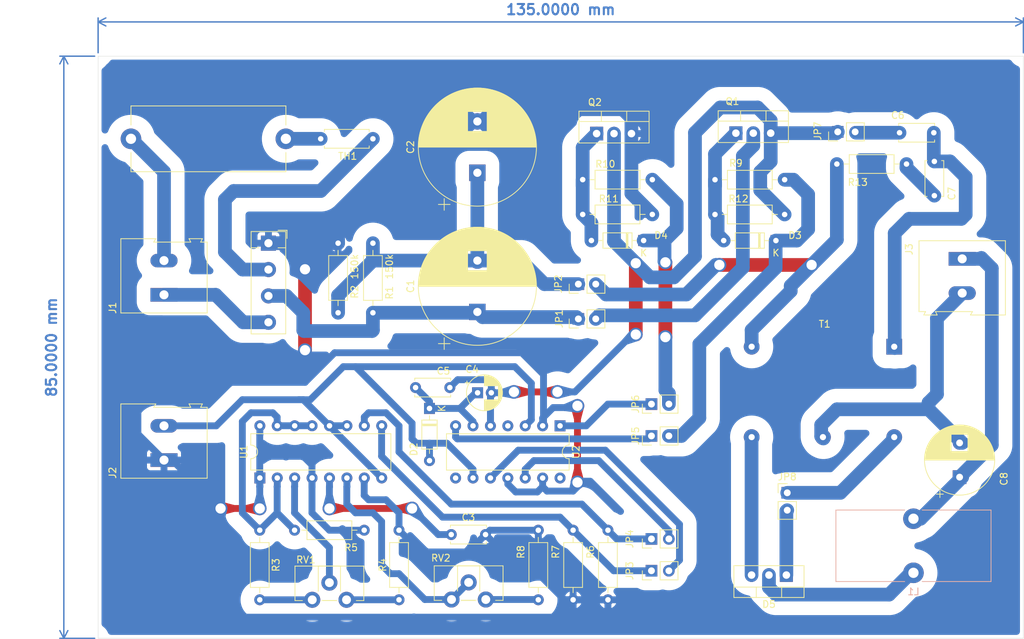
<source format=kicad_pcb>
(kicad_pcb (version 20240108) (generator "pcbnew") (generator_version "8.0")
  (layers (0 "F.Cu" signal) (31 "B.Cu" signal) (34 "B.Paste" user) (35 "F.Paste" user) (36 "B.SilkS" user "B.Silkscreen") (37 "F.SilkS" user "F.Silkscreen") (38 "B.Mask" user) (39 "F.Mask" user) (44 "Edge.Cuts" user))
  (net 0 "")
  (net 1 "Net-(D1-+)")
  (net 2 "Net-(U1-CT)")
  (net 3 "Net-(D2-K)")
  (net 4 "Net-(T1-AA)")
  (net 5 "Net-(JP7-B)")
  (net 6 "Net-(C7-Pad2)")
  (net 7 "Net-(J3-Pin_1)")
  (net 8 "2")
  (net 9 "GND_AC")
  (net 10 "Net-(D1-Pad2)")
  (net 11 "+12V")
  (net 12 "Net-(D3-A)")
  (net 13 "Net-(D4-A)")
  (net 14 "Net-(D5-A2)")
  (net 15 "Net-(D5-A1)")
  (net 16 "Net-(D5-K)")
  (net 17 "Net-(F1-Pad1)")
  (net 18 "VAC")
  (net 19 "Net-(JP1-B)")
  (net 20 "Net-(JP3-A)")
  (net 21 "Net-(JP4-A)")
  (net 22 "Net-(JP5-A)")
  (net 23 "Net-(JP6-A)")
  (net 24 "Net-(JP8-A)")
  (net 25 "Net-(R3-Pad2)")
  (net 26 "Net-(R4-Pad1)")
  (net 27 "Net-(R8-Pad1)")
  (net 28 "Net-(U1-FB)")
  (net 29 "Net-(U1-RT)")
  (net 33 "GND")
  (net 34 "Vs")
  (net 35 "HO")
  (net 36 "LO")
  (net 37 "PWM1")
  (net 38 "PWM2")
  (net 39 "Vref")
  (net 40 "Net-(JP2-A)")
  (net 41 "/Punto_medio")
  (footprint "Resistor_THT:R_Axial_DIN0207_L6.3mm_D2.5mm_P10.16mm_Horizontal" (layer "F.Cu") (at 157.861 68.826 180)
    (property "Reference" "R10")
    (property "Value" "100")
  )
  (footprint "Resistor_THT:R_Axial_DIN0207_L6.3mm_D2.5mm_P10.16mm_Horizontal" (layer "F.Cu") (at 177.165 73.914 180)
    (property "Reference" "R12")
    (property "Value" "1k")
  )
  (footprint "Capacitor_THT:C_Disc_D5.0mm_W2.5mm_P5.00mm" (layer "F.Cu") (at 199.009 66.167 -90)
    (property "Reference" "C7")
    (property "Value" "2.2nF")
  )
  (footprint "Package_TO_SOT_THT:TO-220-3_Vertical" (layer "F.Cu") (at 170.053 62.04)
    (property "Reference" "Q1")
    (property "Value" "IRF840")
  )
  (footprint "Resistor_THT:R_Axial_DIN0207_L6.3mm_D2.5mm_P10.16mm_Horizontal" (layer "F.Cu") (at 147.701 73.906)
    (property "Reference" "R11")
    (property "Value" "1k")
  )
  (footprint "Package_TO_SOT_THT:TO-220-3_Vertical" (layer "F.Cu") (at 149.733 62.103)
    (property "Reference" "Q2")
    (property "Value" "IRF840")
  )
  (footprint "Package_DIP:DIP-16_W7.62mm" (layer "F.Cu") (at 100.599 112.385 90)
    (property "Reference" "U1")
    (property "Value" "TL494")
  )
  (footprint "TerminalBlock:TerminalBlock_Altech_AK300-2_P5.00mm" (layer "F.Cu") (at 86.614 109.775 90)
    (property "Reference" "J2")
    (property "Value" "Terminal_12v")
  )
  (footprint "Diode_THT:D_DO-35_SOD27_P7.62mm_Horizontal" (layer "F.Cu") (at 125.349 102.235 -90)
    (property "Reference" "D2")
    (property "Value" "BA243")
  )
  (footprint "Capacitor_THT:C_Disc_D5.0mm_W2.5mm_P5.00mm" (layer "F.Cu") (at 128.524 120.65)
    (property "Reference" "C3")
    (property "Value" "3.9nF")
  )
  (footprint "Fuse:Fuseholder_Cylinder-5x20mm_Stelvio-Kontek_PTF78_Horizontal_Open" (layer "F.Cu") (at 104.394 62.865 180)
    (property "Reference" "F1" (hide yes))
    (property "Value" "Fuse")
  )
  (footprint "TerminalBlock:TerminalBlock_Altech_AK300-2_P5.00mm" (layer "F.Cu") (at 86.614 85.645 90)
    (property "Reference" "J1")
    (property "Value" "Terminal_220v")
  )
  (footprint "Capacitor_THT:CP_Radial_D17.0mm_P7.50mm" (layer "F.Cu") (at 132.334 67.825 90)
    (property "Reference" "C2")
    (property "Value" "470uF")
  )
  (footprint "Connector_PinHeader_2.54mm:PinHeader_1x02_P2.54mm_Vertical" (layer "F.Cu") (at 157.734 101.6 90)
    (property "Reference" "JP6")
    (property "Value" "Jumper")
  )
  (footprint "Connector_PinHeader_2.54mm:PinHeader_1x02_P2.54mm_Vertical" (layer "F.Cu") (at 157.734 121.285 90)
    (property "Reference" "JP4")
    (property "Value" "Jumper")
  )
  (footprint "Connector_PinHeader_2.54mm:PinHeader_1x02_P2.54mm_Vertical" (layer "F.Cu") (at 147.066 89.162 90)
    (property "Reference" "JP1")
    (property "Value" "Jumper")
  )
  (footprint "Capacitor_THT:CP_Radial_D10.0mm_P5.00mm" (layer "F.Cu") (at 202.692 112.268 90)
    (property "Reference" "C8")
    (property "Value" "100uF")
  )
  (footprint "Connector_PinHeader_2.54mm:PinHeader_1x02_P2.54mm_Vertical" (layer "F.Cu") (at 147.066 84.082 90)
    (property "Reference" "JP2")
    (property "Value" "Jumper")
  )
  (footprint "TransformerLib:Ferrite_Core_Trans" (layer "F.Cu") (at 182.553 99.622 180)
    (property "Reference" "T1")
    (property "Value" "Transformer_1P_SS")
  )
  (footprint "TerminalBlock:TerminalBlock_Altech_AK300-2_P5.00mm" (layer "F.Cu") (at 203.073 80.391 -90)
    (property "Reference" "J3")
    (property "Value" "Vout")
  )
  (footprint "Package_TO_SOT_THT:TO-220-3_Vertical" (layer "F.Cu") (at 177.419 126.563 180)
    (property "Reference" "D5")
    (property "Value" "C4D40120D")
  )
  (footprint "Resistor_THT:R_Axial_DIN0207_L6.3mm_D2.5mm_P10.16mm_Horizontal" (layer "F.Cu") (at 100.584 120.015 -90)
    (property "Reference" "R3")
    (property "Value" "2.2k")
  )
  (footprint "Resistor_THT:R_Axial_DIN0207_L6.3mm_D2.5mm_P10.16mm_Horizontal" (layer "F.Cu") (at 105.664 120.015)
    (property "Reference" "R5")
    (property "Value" "10k")
  )
  (footprint "Capacitor_THT:C_Disc_D5.0mm_W2.5mm_P5.00mm" (layer "F.Cu") (at 198.929 61.976 180)
    (property "Reference" "C6")
    (property "Value" "330nF")
  )
  (footprint "Resistor_THT:R_Axial_DIN0207_L6.3mm_D2.5mm_P10.16mm_Horizontal" (layer "F.Cu") (at 112.014 88.265 90)
    (property "Reference" "R2" (hide yes))
    (property "Value" "150K" (hide yes))
  )
  (footprint "Capacitor_THT:C_Disc_D5.0mm_W2.5mm_P5.00mm" (layer "F.Cu") (at 123.317 99.187)
    (property "Reference" "C5")
    (property "Value" "100nF")
  )
  (footprint "Potentiometer_THT:Potentiometer_ACP_CA9-H2,5_Horizontal" (layer "F.Cu") (at 108.244 130.175 90)
    (property "Reference" "RV1")
    (property "Value" "5k")
  )
  (footprint "Potentiometer_THT:Potentiometer_ACP_CA9-H2,5_Horizontal" (layer "F.Cu") (at 128.564 130.135 90)
    (property "Reference" "RV2")
    (property "Value" "1k")
  )
  (footprint "Connector_PinHeader_2.54mm:PinHeader_1x02_P2.54mm_Vertical" (layer "F.Cu") (at 177.546 114.554)
    (property "Reference" "JP8")
    (property "Value" "Jumper")
  )
  (footprint "Resistor_THT:R_Axial_DIN0207_L6.3mm_D2.5mm_P10.16mm_Horizontal" (layer "F.Cu") (at 120.904 130.175 90)
    (property "Reference" "R4")
    (property "Value" "1.8k")
  )
  (footprint "Diode_THT:D_DO-35_SOD27_P7.62mm_Horizontal" (layer "F.Cu") (at 175.895 77.724 180)
    (property "Reference" "D3")
    (property "Value" "1N4148")
  )
  (footprint "Resistor_THT:R_Axial_DIN0207_L6.3mm_D2.5mm_P10.16mm_Horizontal" (layer "F.Cu") (at 194.945 66.548 180)
    (property "Reference" "R13")
    (property "Value" "150")
  )
  (footprint "Connector_PinHeader_2.54mm:PinHeader_1x02_P2.54mm_Vertical" (layer "F.Cu") (at 157.734 125.935 90)
    (property "Reference" "JP3")
    (property "Value" "Jumper")
  )
  (footprint "Resistor_THT:R_Axial_DIN0207_L6.3mm_D2.5mm_P10.16mm_Horizontal" (layer "F.Cu") (at 141.224 130.175 90)
    (property "Reference" "R8")
    (property "Value" "1.5k")
  )
  (footprint "Resistor_THT:R_Axial_DIN0207_L6.3mm_D2.5mm_P10.16mm_Horizontal" (layer "F.Cu") (at 146.304 120.015 -90)
    (property "Reference" "R7")
    (property "Value" "1k")
  )
  (footprint "Package_DIP:DIP-14_W7.62mm" (layer "F.Cu") (at 144.399 104.775 -90)
    (property "Reference" "U2")
    (property "Value" "IR2110")
  )
  (footprint "Connector_PinHeader_2.54mm:PinHeader_1x02_P2.54mm_Vertical" (layer "F.Cu") (at 184.912 61.849 90)
    (property "Reference" "JP7")
    (property "Value" "Jumper")
  )
  (footprint "Resistor_THT:R_Axial_DIN0207_L6.3mm_D2.5mm_P10.16mm_Horizontal" (layer "F.Cu") (at 117.094 88.265 90)
    (property "Reference" "R1" (hide yes))
    (property "Value" "150K" (hide yes))
  )
  (footprint "Resistor_THT:R_Axial_DIN0207_L6.3mm_D2.5mm_P7.62mm_Horizontal" (layer "F.Cu") (at 117.094 62.865 180)
    (property "Reference" "TH1")
    (property "Value" "Thermistor_NTC")
  )
  (footprint "Resistor_THT:R_Axial_DIN0207_L6.3mm_D2.5mm_P10.16mm_Horizontal" (layer "F.Cu") (at 177.165 68.834 180)
    (property "Reference" "R9")
    (property "Value" "100")
  )
  (footprint "Diode_THT:D_DO-35_SOD27_P7.62mm_Horizontal" (layer "F.Cu") (at 156.591 77.716 180)
    (property "Reference" "D4")
    (property "Value" "1N4148")
  )
  (footprint "Resistor_THT:R_Axial_DIN0207_L6.3mm_D2.5mm_P10.16mm_Horizontal" (layer "F.Cu") (at 151.384 120.015 -90)
    (property "Reference" "R6")
    (property "Value" "1k")
  )
  (footprint "Capacitor_THT:CP_Radial_D17.0mm_P7.50mm" (layer "F.Cu") (at 132.334 88.145 90)
    (property "Reference" "C1")
    (property "Value" "470uF")
  )
  (footprint "Connector_PinHeader_2.54mm:PinHeader_1x02_P2.54mm_Vertical" (layer "F.Cu") (at 157.734 106.25 90)
    (property "Reference" "JP5")
    (property "Value" "Jumper")
  )
  (footprint "Diode_THT:Diode_Bridge_Vishay_KBPM" (layer "F.Cu") (at 101.854 78.105 -90)
    (property "Reference" "D1" (hide yes))
    (property "Value" "B80C2300-1500B" (hide yes))
  )
  (footprint "Capacitor_THT:CP_Radial_D5.0mm_P2.00mm" (layer "F.Cu") (at 132.366 99.949)
    (property "Reference" "C4")
    (property "Value" "22uF")
  )
  (footprint "Inductor_THT:L_Toroid_Vertical_L22.4mm_W10.2mm_P7.90mm_Vishay_TJ4" (layer "B.Cu") (at 195.961 126.238)
    (property "Reference" "L1")
    (property "Value" "53uH")
  )
  (gr_rect (start 77 50.8) (end 212 135.8) (stroke (width 0.05)) (fill none) (layer "Edge.Cuts"))
  (gr_text "R2\n" (at 114.427 85.217 90) (layer "F.SilkS") (effects (font (size 1 1))))
  (gr_text "150k\n" (at 119.507 81.534 90) (layer "F.SilkS") (effects (font (size 1 1))))
  (gr_text "150k\n" (at 114.427 81.534 90) (layer "F.SilkS") (effects (font (size 1 1))))
  (gr_text "R1\n" (at 119.507 85.344 90) (layer "F.SilkS") (effects (font (size 1 1))))
  (dimension (type aligned) (layer "B.Cu") (pts (xy 77 50.8) (xy 77 135.8)) (height 5) (gr_text "85,0000 mm" (at 70.2 93.3 90) (layer "B.Cu") (effects (font (size 1.5 1.5) (thickness 0.3)))) (format (prefix "") (suffix "") (units 3) (units_format 1) (precision 4)) (style (thickness 0.2) (arrow_length 1.27) (text_position_mode 0) (extension_height 0.58642) (extension_offset 0.5) keep_text_aligned))
  (dimension (type aligned) (layer "B.Cu") (pts (xy 77 50.8) (xy 212 50.8)) (height -5) (gr_text "135,0000 mm" (at 144.5 44 0) (layer "B.Cu") (effects (font (size 1.5 1.5) (thickness 0.3)))) (format (prefix "") (suffix "") (units 3) (units_format 1) (precision 4)) (style (thickness 0.2) (arrow_length 1.27) (text_position_mode 0) (extension_height 0.58642) (extension_offset 0.5) keep_text_aligned))
  (segment (start 146.804 88.9) (end 147.066 89.162) (width 2) (layer "B.Cu") (net 1))
  (segment (start 106.934 88.265) (end 106.934 90.805) (width 2) (layer "B.Cu") (net 1))
  (segment (start 107.061 90.932) (end 116.967 90.932) (width 2) (layer "B.Cu") (net 1))
  (segment (start 106.934 90.805) (end 107.061 90.932) (width 2) (layer "B.Cu") (net 1))
  (segment (start 101.854 85.805) (end 104.474 85.805) (width 2) (layer "B.Cu") (net 1))
  (segment (start 116.967 90.932) (end 117.094 90.805) (width 2) (layer "B.Cu") (net 1))
  (segment (start 117.094 90.805) (end 117.094 88.265) (width 2) (layer "B.Cu") (net 1))
  (segment (start 117.094 88.265) (end 132.214 88.265) (width 2) (layer "B.Cu") (net 1))
  (segment (start 133.089 88.9) (end 146.804 88.9) (width 2) (layer "B.Cu") (net 1))
  (segment (start 132.214 88.265) (end 132.334 88.145) (width 2) (layer "B.Cu") (net 1))
  (segment (start 132.334 88.145) (end 133.089 88.9) (width 2) (layer "B.Cu") (net 1))
  (segment (start 104.474 85.805) (end 106.934 88.265) (width 2) (layer "B.Cu") (net 1))
  (segment (start 110.744 116.84) (end 122.809 116.84) (width 1) (layer "F.Cu") (net 2))
  (via (at 110.744 116.84) (size 2) (drill 1.5) (layers "F.Cu" "B.Cu") (net 2))
  (via (at 122.809 116.84) (size 2) (drill 1.5) (layers "F.Cu" "B.Cu") (net 2))
  (segment (start 110.744 113.665) (end 110.744 116.84) (width 1) (layer "B.Cu") (net 2))
  (segment (start 126.619 120.65) (end 128.524 120.65) (width 1) (layer "B.Cu") (net 2))
  (segment (start 110.759 113.65) (end 110.744 113.665) (width 1) (layer "B.Cu") (net 2))
  (segment (start 110.759 112.385) (end 110.759 113.65) (width 1) (layer "B.Cu") (net 2))
  (segment (start 122.809 116.84) (end 126.619 120.65) (width 1) (layer "B.Cu") (net 2))
  (segment (start 125.349 102.235) (end 125.349 101.219) (width 1) (layer "B.Cu") (net 3))
  (segment (start 132.08 99.949) (end 129.794 102.235) (width 1) (layer "B.Cu") (net 3))
  (segment (start 125.349 101.219) (end 123.317 99.187) (width 1) (layer "B.Cu") (net 3))
  (segment (start 132.366 99.949) (end 132.08 99.949) (width 1) (layer "B.Cu") (net 3))
  (segment (start 129.794 102.235) (end 131.699 104.14) (width 1) (layer "B.Cu") (net 3))
  (segment (start 125.349 102.235) (end 129.794 102.235) (width 1) (layer "B.Cu") (net 3))
  (segment (start 131.699 104.14) (end 131.699 104.775) (width 1) (layer "B.Cu") (net 3))
  (segment (start 195.326 74.549) (end 193.226 76.649) (width 2) (layer "B.Cu") (net 4))
  (segment (start 203.581 68.453) (end 203.581 73.914) (width 2) (layer "B.Cu") (net 4))
  (segment (start 199.009 66.167) (end 201.295 66.167) (width 2) (layer "B.Cu") (net 4))
  (segment (start 202.946 74.549) (end 195.326 74.549) (width 2) (layer "B.Cu") (net 4))
  (segment (start 198.929 66.087) (end 199.009 66.167) (width 2) (layer "B.Cu") (net 4))
  (segment (start 198.929 61.976) (end 198.929 66.087) (width 2) (layer "B.Cu") (net 4))
  (segment (start 203.581 73.914) (end 202.946 74.549) (width 2) (layer "B.Cu") (net 4))
  (segment (start 193.226 76.649) (end 193.226 93.422) (width 2) (layer "B.Cu") (net 4))
  (segment (start 201.295 66.167) (end 203.581 68.453) (width 2) (layer "B.Cu") (net 4))
  (segment (start 187.579 61.976) (end 187.452 61.849) (width 1) (layer "B.Cu") (net 5))
  (segment (start 193.929 61.976) (end 187.579 61.976) (width 2) (layer "B.Cu") (net 5))
  (segment (start 194.945 67.103) (end 199.009 71.167) (width 2) (layer "B.Cu") (net 6))
  (segment (start 194.945 66.548) (end 194.945 67.103) (width 2) (layer "B.Cu") (net 6))
  (segment (start 197.003 118.338) (end 203.073 112.268) (width 2) (layer "B.Cu") (net 7))
  (segment (start 205.74 80.391) (end 203.073 80.391) (width 2) (layer "B.Cu") (net 7))
  (segment (start 207.391 81.788) (end 205.867 80.264) (width 2) (layer "B.Cu") (net 7))
  (segment (start 205.867 80.264) (end 205.74 80.391) (width 2) (layer "B.Cu") (net 7))
  (segment (start 195.961 118.338) (end 197.003 118.338) (width 2) (layer "B.Cu") (net 7))
  (segment (start 202.692 112.268) (end 207.391 107.569) (width 2) (layer "B.Cu") (net 7))
  (segment (start 207.391 107.569) (end 207.391 81.788) (width 2) (layer "B.Cu") (net 7))
  (segment (start 182.499 106.295) (end 182.826 106.622) (width 2) (layer "B.Cu") (net 8))
  (segment (start 182.499 104.648) (end 182.499 106.295) (width 2) (layer "B.Cu") (net 8))
  (segment (start 198.167 101.393) (end 199.39 100.17) (width 2) (layer "B.Cu") (net 8))
  (segment (start 184.785 102.362) (end 182.499 104.648) (width 2) (layer "B.Cu") (net 8))
  (segment (start 199.39 100.17) (end 199.39 89.074) (width 2) (layer "B.Cu") (net 8))
  (segment (start 198.167 102.362) (end 198.167 101.393) (width 2) (layer "B.Cu") (net 8))
  (segment (start 203.073 107.268) (end 198.167 102.362) (width 2) (layer "B.Cu") (net 8))
  (segment (start 199.39 89.074) (end 203.073 85.391) (width 2) (layer "B.Cu") (net 8))
  (segment (start 198.167 102.362) (end 184.785 102.362) (width 2) (layer "B.Cu") (net 8))
  (segment (start 101.854 89.655) (end 98.164 89.655) (width 2) (layer "B.Cu") (net 9))
  (segment (start 94.154 85.645) (end 86.614 85.645) (width 2) (layer "B.Cu") (net 9))
  (segment (start 98.164 89.655) (end 94.154 85.645) (width 2) (layer "B.Cu") (net 9))
  (segment (start 96.774 70.485) (end 95.504 71.755) (width 2) (layer "B.Cu") (net 10))
  (segment (start 109.474 70.485) (end 96.774 70.485) (width 2) (layer "B.Cu") (net 10))
  (segment (start 95.504 71.755) (end 95.504 79.375) (width 2) (layer "B.Cu") (net 10))
  (segment (start 117.094 62.865) (end 109.474 70.485) (width 2) (layer "B.Cu") (net 10))
  (segment (start 98.084 81.955) (end 101.854 81.955) (width 2) (layer "B.Cu") (net 10))
  (segment (start 95.504 79.375) (end 98.084 81.955) (width 2) (layer "B.Cu") (net 10))
  (segment (start 123.444 107.315) (end 122.809 106.68) (width 1) (layer "B.Cu") (net 11))
  (segment (start 140.208 98.552) (end 137.795 96.139) (width 1) (layer "B.Cu") (net 11))
  (segment (start 118.364 112.395) (end 106.934 100.965) (width 1) (layer "B.Cu") (net 11))
  (segment (start 127.889 107.315) (end 131.699 111.125) (width 1) (layer "B.Cu") (net 11))
  (segment (start 98.044 100.965) (end 94.234 104.775) (width 1) (layer "B.Cu") (net 11))
  (segment (start 131.699 111.125) (end 131.699 112.395) (width 1) (layer "B.Cu") (net 11))
  (segment (start 107.95 100.965) (end 106.299 100.965) (width 1) (layer "B.Cu") (net 11))
  (segment (start 125.349 107.315) (end 123.444 107.315) (width 1) (layer "B.Cu") (net 11))
  (segment (start 106.299 100.965) (end 98.044 100.965) (width 1) (layer "B.Cu") (net 11))
  (segment (start 140.208 103.886) (end 140.208 98.552) (width 1) (layer "B.Cu") (net 11))
  (segment (start 122.809 104.394) (end 114.554 96.139) (width 1) (layer "B.Cu") (net 11))
  (segment (start 94.234 104.775) (end 86.614 104.775) (width 1) (layer "B.Cu") (net 11))
  (segment (start 112.776 96.139) (end 107.95 100.965) (width 1) (layer "B.Cu") (net 11))
  (segment (start 113.299 104.765) (end 110.759 104.765) (width 1) (layer "B.Cu") (net 11))
  (segment (start 125.349 107.315) (end 127.889 107.315) (width 1) (layer "B.Cu") (net 11))
  (segment (start 137.795 96.139) (end 112.776 96.139) (width 1) (layer "B.Cu") (net 11))
  (segment (start 122.809 106.68) (end 122.809 104.394) (width 1) (layer "B.Cu") (net 11))
  (segment (start 106.934 100.965) (end 106.299 100.965) (width 1) (layer "B.Cu") (net 11))
  (segment (start 125.349 109.855) (end 125.349 107.315) (width 1) (layer "B.Cu") (net 11))
  (segment (start 139.319 104.775) (end 140.208 103.886) (width 1) (layer "B.Cu") (net 11))
  (segment (start 167.005 68.834) (end 167.005 73.914) (width 2) (layer "B.Cu") (net 12))
  (segment (start 167.005 65.088) (end 170.053 62.04) (width 2) (layer "B.Cu") (net 12))
  (segment (start 167.386 76.835) (end 167.386 74.295) (width 2) (layer "B.Cu") (net 12))
  (segment (start 168.275 77.724) (end 167.386 76.835) (width 2) (layer "B.Cu") (net 12))
  (segment (start 167.386 74.295) (end 167.005 73.914) (width 2) (layer "B.Cu") (net 12))
  (segment (start 167.005 69.731) (end 167.005 65.088) (width 2) (layer "B.Cu") (net 12))
  (segment (start 147.701 64.135) (end 149.733 62.103) (width 2) (layer "B.Cu") (net 13))
  (segment (start 148.971 77.716) (end 148.971 75.176) (width 2) (layer "B.Cu") (net 13))
  (segment (start 148.971 75.176) (end 147.701 73.906) (width 2) (layer "B.Cu") (net 13))
  (segment (start 147.701 69.723) (end 147.701 64.135) (width 2) (layer "B.Cu") (net 13))
  (segment (start 147.701 68.826) (end 147.701 73.906) (width 2) (layer "B.Cu") (net 13))
  (segment (start 172.339 106.709) (end 172.426 106.622) (width 2) (layer "B.Cu") (net 14))
  (segment (start 172.339 126.563) (end 172.339 106.709) (width 2) (layer "B.Cu") (net 14))
  (segment (start 177.419 126.563) (end 177.419 117.221) (width 2) (layer "B.Cu") (net 15))
  (segment (start 177.419 117.221) (end 177.546 117.094) (width 2) (layer "B.Cu") (net 15))
  (segment (start 175.9165 129.413) (end 192.405 129.413) (width 2) (layer "B.Cu") (net 16))
  (segment (start 174.879 126.563) (end 174.879 128.3755) (width 2) (layer "B.Cu") (net 16))
  (segment (start 174.879 128.3755) (end 175.9165 129.413) (width 2) (layer "B.Cu") (net 16))
  (segment (start 195.58 126.238) (end 195.961 126.238) (width 2) (layer "B.Cu") (net 16))
  (segment (start 192.405 129.413) (end 195.58 126.238) (width 2) (layer "B.Cu") (net 16))
  (segment (start 104.394 62.865) (end 109.474 62.865) (width 2) (layer "B.Cu") (net 17))
  (segment (start 86.614 80.645) (end 86.614 67.685) (width 2) (layer "B.Cu") (net 18))
  (segment (start 86.614 67.685) (end 81.794 62.865) (width 2) (layer "B.Cu") (net 18))
  (segment (start 172.593 63.8525) (end 172.593 62.04) (width 2) (layer "B.Cu") (net 19))
  (segment (start 149.606 89.162) (end 150.122 88.646) (width 2) (layer "B.Cu") (net 19))
  (segment (start 164.084 88.646) (end 171.069 81.661) (width 2) (layer "B.Cu") (net 19))
  (segment (start 171.069 65.3765) (end 172.593 63.8525) (width 2) (layer "B.Cu") (net 19))
  (segment (start 150.122 88.646) (end 164.084 88.646) (width 2) (layer "B.Cu") (net 19))
  (segment (start 171.069 81.661) (end 171.069 65.3765) (width 2) (layer "B.Cu") (net 19))
  (segment (start 118.364 104.78) (end 118.379 104.765) (width 1) (layer "B.Cu") (net 20))
  (segment (start 157.734 125.935) (end 152.224 125.935) (width 1) (layer "B.Cu") (net 20))
  (segment (start 146.304 120.015) (end 144.399 118.11) (width 1) (layer "B.Cu") (net 20))
  (segment (start 118.364 109.22) (end 118.364 104.78) (width 1) (layer "B.Cu") (net 20))
  (segment (start 144.399 118.11) (end 127.254 118.11) (width 1) (layer "B.Cu") (net 20))
  (segment (start 152.224 125.935) (end 146.304 120.015) (width 1) (layer "B.Cu") (net 20))
  (segment (start 127.254 118.11) (end 118.364 109.22) (width 1) (layer "B.Cu") (net 20))
  (segment (start 118.999 102.87) (end 116.459 102.87) (width 1) (layer "B.Cu") (net 21))
  (segment (start 120.904 104.775) (end 118.999 102.87) (width 1) (layer "B.Cu") (net 21))
  (segment (start 152.654 121.285) (end 151.384 120.015) (width 1) (layer "B.Cu") (net 21))
  (segment (start 116.459 102.87) (end 115.839 103.49) (width 1) (layer "B.Cu") (net 21))
  (segment (start 128.524 116.205) (end 120.904 108.585) (width 1) (layer "B.Cu") (net 21))
  (segment (start 120.904 108.585) (end 120.904 104.775) (width 1) (layer "B.Cu") (net 21))
  (segment (start 147.574 116.205) (end 128.524 116.205) (width 1) (layer "B.Cu") (net 21))
  (segment (start 151.384 120.015) (end 147.574 116.205) (width 1) (layer "B.Cu") (net 21))
  (segment (start 157.734 121.285) (end 152.654 121.285) (width 1) (layer "B.Cu") (net 21))
  (segment (start 115.839 103.49) (end 115.839 104.765) (width 1) (layer "B.Cu") (net 21))
  (segment (start 129.159 106.426) (end 129.413 106.68) (width 1) (layer "B.Cu") (net 22))
  (segment (start 129.413 106.68) (end 157.304 106.68) (width 1) (layer "B.Cu") (net 22))
  (segment (start 129.159 104.775) (end 129.159 106.426) (width 1) (layer "B.Cu") (net 22))
  (segment (start 157.304 106.68) (end 157.734 106.25) (width 1) (layer "B.Cu") (net 22))
  (segment (start 144.399 104.775) (end 148.209 104.775) (width 1) (layer "B.Cu") (net 23))
  (segment (start 157.734 101.6) (end 151.384 101.6) (width 1) (layer "B.Cu") (net 23))
  (segment (start 148.209 104.775) (end 151.384 101.6) (width 1) (layer "B.Cu") (net 23))
  (segment (start 177.546 114.554) (end 185.294 114.554) (width 2) (layer "B.Cu") (net 24))
  (segment (start 185.294 114.554) (end 193.226 106.622) (width 2) (layer "B.Cu") (net 24))
  (segment (start 100.584 130.175) (end 108.244 130.175) (width 1) (layer "B.Cu") (net 25))
  (segment (start 113.244 130.175) (end 120.904 130.175) (width 1) (layer "B.Cu") (net 26))
  (segment (start 133.564 130.135) (end 141.184 130.135) (width 1) (layer "B.Cu") (net 27))
  (segment (start 141.184 130.135) (end 141.224 130.175) (width 1) (layer "B.Cu") (net 27))
  (segment (start 105.679 113.65) (end 105.664 113.665) (width 1) (layer "B.Cu") (net 28))
  (segment (start 110.744 122.555) (end 110.744 127.675) (width 1) (layer "B.Cu") (net 28))
  (segment (start 105.679 112.385) (end 105.679 113.65) (width 1) (layer "B.Cu") (net 28))
  (segment (start 105.664 113.665) (end 105.664 117.475) (width 1) (layer "B.Cu") (net 28))
  (segment (start 105.664 117.475) (end 110.744 122.555) (width 1) (layer "B.Cu") (net 28))
  (segment (start 131.064 127.635) (end 128.564 130.135) (width 1) (layer "B.Cu") (net 29))
  (segment (start 113.284 116.205) (end 114.554 117.475) (width 1) (layer "B.Cu") (net 29))
  (segment (start 118.364 118.745) (end 118.364 125.095) (width 1) (layer "B.Cu") (net 29))
  (segment (start 124.674 130.135) (end 128.564 130.135) (width 1) (layer "B.Cu") (net 29))
  (segment (start 113.299 112.385) (end 113.299 113.65) (width 1) (layer "B.Cu") (net 29))
  (segment (start 120.904 126.365) (end 124.674 130.135) (width 1) (layer "B.Cu") (net 29))
  (segment (start 113.284 113.665) (end 113.284 116.205) (width 1) (layer "B.Cu") (net 29))
  (segment (start 119.634 126.365) (end 120.904 126.365) (width 1) (layer "B.Cu") (net 29))
  (segment (start 117.094 117.475) (end 118.364 118.745) (width 1) (layer "B.Cu") (net 29))
  (segment (start 118.364 125.095) (end 119.634 126.365) (width 1) (layer "B.Cu") (net 29))
  (segment (start 114.554 117.475) (end 117.094 117.475) (width 1) (layer "B.Cu") (net 29))
  (segment (start 113.299 113.65) (end 113.284 113.665) (width 1) (layer "B.Cu") (net 29))
  (segment (start 146.939 113.03) (end 146.939 101.854) (width 1) (layer "F.Cu") (net 33))
  (segment (start 100.584 116.84) (end 94.869 116.84) (width 1) (layer "F.Cu") (net 33))
  (segment (start 107.188 81.915) (end 107.188 93.726) (width 2) (layer "F.Cu") (net 33))
  (via (at 107.188 81.915) (size 2) (drill 1.5) (layers "F.Cu" "B.Cu") (net 33))
  (via (at 146.939 113.03) (size 2) (drill 1.5) (layers "F.Cu" "B.Cu") (net 33))
  (via (at 146.939 101.854) (size 2) (drill 1.5) (layers "F.Cu" "B.Cu") (net 33))
  (via (at 94.869 116.84) (size 2) (drill 1.5) (layers "F.Cu" "B.Cu") (net 33))
  (via (at 107.188 93.726) (size 2) (drill 1.5) (layers "F.Cu" "B.Cu") (net 33))
  (via (at 100.584 116.84) (size 2) (drill 1.5) (layers "F.Cu" "B.Cu") (net 33))
  (segment (start 146.685 102.108) (end 143.39463 102.108) (width 1) (layer "B.Cu") (net 33))
  (segment (start 141.859 103.64363) (end 141.859 104.775) (width 1) (layer "B.Cu") (net 33))
  (segment (start 115.824 112.395) (end 115.824 113.03) (width 1) (layer "B.Cu") (net 33))
  (segment (start 143.764 132.715) (end 146.304 130.175) (width 1) (layer "B.Cu") (net 33))
  (segment (start 82.804 100.965) (end 84.3915 99.3775) (width 1) (layer "B.Cu") (net 33))
  (segment (start 141.859 113.665) (end 142.494 114.3) (width 1) (layer "B.Cu") (net 33))
  (segment (start 94.869 116.84) (end 87.804 109.775) (width 1) (layer "B.Cu") (net 33))
  (segment (start 94.869 130.175) (end 97.409 132.715) (width 1) (layer "B.Cu") (net 33))
  (segment (start 107.188 78.105) (end 107.188 81.915) (width 2) (layer "B.Cu") (net 33))
  (segment (start 108.219 112.385) (end 108.219 113.015) (width 1) (layer "B.Cu") (net 33))
  (segment (start 100.584 106.045) (end 100.584 109.22) (width 1) (layer "B.Cu") (net 33))
  (segment (start 142.494 114.3) (end 146.304 114.3) (width 1) (layer "B.Cu") (net 33))
  (segment (start 107.188 78.105) (end 112.014 78.105) (width 2) (layer "B.Cu") (net 33))
  (segment (start 108.204 113.665) (end 108.204 110.49) (width 1) (layer "B.Cu") (net 33))
  (segment (start 115.824 120.015) (end 110.744 120.015) (width 1) (layer "B.Cu") (net 33))
  (segment (start 127.254 60.325) (end 132.334 60.325) (width 2) (layer "B.Cu") (net 33))
  (segment (start 112.014 78.105) (end 112.014 75.565) (width 2) (layer "B.Cu") (net 33))
  (segment (start 141.986 97.282) (end 141.986 104.648) (width 1) (layer "B.Cu") (net 33))
  (segment (start 108.219 113.015) (end 108.204 113.03) (width 1) (layer "B.Cu") (net 33))
  (segment (start 139.319 58.547) (end 153.543 58.547) (width 2) (layer "B.Cu") (net 33))
  (segment (start 124.079 123.19) (end 130.984 123.19) (width 1) (layer "B.Cu") (net 33))
  (segment (start 100.584 113.665) (end 100.584 116.84) (width 1) (layer "B.Cu") (net 33))
  (segment (start 108.204 113.03) (end 108.204 112.395) (width 1) (layer "B.Cu") (net 33))
  (segment (start 107.188 98.425) (end 107.188 93.726) (width 1) (layer "B.Cu") (net 33))
  (segment (start 132.334 60.325) (end 137.541 60.325) (width 2) (layer "B.Cu") (net 33))
  (segment (start 84.3915 99.3775) (end 85.344 98.425) (width 1) (layer "B.Cu") (net 33))
  (segment (start 141.224 126.365) (end 145.034 130.175) (width 1) (layer "B.Cu") (net 33))
  (segment (start 153.543 58.547) (end 154.813 59.817) (width 2) (layer "B.Cu") (net 33))
  (segment (start 146.939 101.854) (end 146.685 102.108) (width 1) (layer "B.Cu") (net 33))
  (segment (start 141.859 112.395) (end 141.859 113.665) (width 1) (layer "B.Cu") (net 33))
  (segment (start 100.599 112.385) (end 100.599 113.65) (width 1) (layer "B.Cu") (net 33))
  (segment (start 85.344 98.425) (end 107.188 98.425) (width 1) (layer "B.Cu") (net 33))
  (segment (start 112.014 75.565) (end 127.254 60.325) (width 2) (layer "B.Cu") (net 33))
  (segment (start 107.188 98.425) (end 111.506 94.107) (width 1) (layer "B.Cu") (net 33))
  (segment (start 115.839 113.015) (end 115.824 113.03) (width 1) (layer "B.Cu") (net 33))
  (segment (start 146.939 113.665) (end 146.939 113.03) (width 1) (layer "B.Cu") (net 33))
  (segment (start 120.904 120.015) (end 124.079 123.19) (width 1) (layer "B.Cu") (net 33))
  (segment (start 141.224 120.015) (end 141.224 126.365) (width 1) (layer "B.Cu") (net 33))
  (segment (start 151.384 130.175) (end 146.304 130.175) (width 1) (layer "B.Cu") (net 33))
  (segment (start 118.999 115.57) (end 120.904 117.475) (width 1) (layer "B.Cu") (net 33))
  (segment (start 137.922 114.427) (end 136.779 113.284) (width 1) (layer "B.Cu") (net 33))
  (segment (start 106.934 109.22) (end 100.584 109.22) (width 1) (layer "B.Cu") (net 33))
  (segment (start 115.824 114.935) (end 116.459 115.57) (width 1) (layer "B.Cu") (net 33))
  (segment (start 100.599 106.03) (end 100.584 106.045) (width 1) (layer "B.Cu") (net 33))
  (segment (start 115.824 113.03) (end 115.824 114.935) (width 1) (layer "B.Cu") (net 33))
  (segment (start 116.459 115.57) (end 118.999 115.57) (width 1) (layer "B.Cu") (net 33))
  (segment (start 154.813 70.858) (end 154.813 62.103) (width 2) (layer "B.Cu") (net 33))
  (segment (start 108.204 110.49) (end 106.934 109.22) (width 1) (layer "B.Cu") (net 33))
  (segment (start 100.584 113.665) (end 100.584 109.22) (width 1) (layer "B.Cu") (net 33))
  (segment (start 157.861 73.906) (end 154.813 70.858) (width 2) (layer "B.Cu") (net 33))
  (segment (start 84.3915 99.3775) (end 84.709 99.06) (width 1) (layer "B.Cu") (net 33))
  (segment (start 87.804 109.775) (end 86.614 109.775) (width 1) (layer "B.Cu") (net 33))
  (segment (start 97.409 132.715) (end 143.764 132.715) (width 1) (layer "B.Cu") (net 33))
  (segment (start 141.859 113.665) (end 141.097 114.427) (width 1) (layer "B.Cu") (net 33))
  (segment (start 154.813 59.817) (end 154.813 62.103) (width 2) (layer "B.Cu") (net 33))
  (segment (start 94.869 116.84) (end 94.869 130.175) (width 1) (layer "B.Cu") (net 33))
  (segment (start 101.854 78.105) (end 107.188 78.105) (width 2) (layer "B.Cu") (net 33))
  (segment (start 100.599 104.765) (end 100.599 106.03) (width 1) (layer "B.Cu") (net 33))
  (segment (start 143.39463 102.108) (end 141.859 103.64363) (width 1) (layer "B.Cu") (net 33))
  (segment (start 137.541 60.325) (end 139.319 58.547) (width 2) (layer "B.Cu") (net 33))
  (segment (start 108.204 117.475) (end 108.204 113.665) (width 1) (layer "B.Cu") (net 33))
  (segment (start 141.986 104.648) (end 141.859 104.775) (width 1) (layer "B.Cu") (net 33))
  (segment (start 145.034 130.175) (end 146.304 130.175) (width 1) (layer "B.Cu") (net 33))
  (segment (start 115.839 112.385) (end 115.839 113.015) (width 1) (layer "B.Cu") (net 33))
  (segment (start 141.097 114.427) (end 137.922 114.427) (width 1) (layer "B.Cu") (net 33))
  (segment (start 134.159 120.015) (end 133.524 120.65) (width 1) (layer "B.Cu") (net 33))
  (segment (start 120.904 117.475) (end 120.904 120.015) (width 1) (layer "B.Cu") (net 33))
  (segment (start 146.304 114.3) (end 146.939 113.665) (width 1) (layer "B.Cu") (net 33))
  (segment (start 108.204 113.665) (end 108.204 113.03) (width 1) (layer "B.Cu") (net 33))
  (segment (start 130.984 123.19) (end 133.524 120.65) (width 1) (layer "B.Cu") (net 33))
  (segment (start 110.744 120.015) (end 108.204 117.475) (width 1) (layer "B.Cu") (net 33))
  (segment (start 86.614 109.775) (end 82.804 105.965) (width 1) (layer "B.Cu") (net 33))
  (segment (start 111.506 94.107) (end 138.811 94.107) (width 1) (layer "B.Cu") (net 33))
  (segment (start 136.779 113.284) (end 136.779 112.395) (width 1) (layer "B.Cu") (net 33))
  (segment (start 100.599 113.65) (end 100.584 113.665) (width 1) (layer "B.Cu") (net 33))
  (segment (start 141.224 120.015) (end 134.159 120.015) (width 1) (layer "B.Cu") (net 33))
  (segment (start 138.811 94.107) (end 141.986 97.282) (width 1) (layer "B.Cu") (net 33))
  (segment (start 82.804 105.965) (end 82.804 100.965) (width 1) (layer "B.Cu") (net 33))
  (segment (start 155.448 81.026) (end 155.448 91.44) (width 2) (layer "F.Cu") (net 34))
  (segment (start 137.668 99.822) (end 144.018 99.822) (width 1) (layer "F.Cu") (net 34))
  (via (at 155.448 91.44) (size 2) (drill 1.5) (layers "F.Cu" "B.Cu") (net 34))
  (via (at 155.448 81.026) (size 2) (drill 1.5) (layers "F.Cu" "B.Cu") (net 34))
  (via (at 137.668 99.822) (size 2) (drill 1.5) (layers "F.Cu" "B.Cu") (net 34))
  (via (at 144.018 99.822) (size 2) (drill 1.5) (layers "F.Cu" "B.Cu") (net 34))
  (segment (start 134.239 100.076) (end 134.366 99.949) (width 1) (layer "B.Cu") (net 34))
  (segment (start 164.084 80.01) (end 164.084 61.976) (width 2) (layer "B.Cu") (net 34))
  (segment (start 175.133 66.167) (end 173.609 67.691) (width 2) (layer "B.Cu") (net 34))
  (segment (start 157.521 83.099) (end 160.995 83.099) (width 2) (layer "B.Cu") (net 34))
  (segment (start 175.133 62.04) (end 175.133 66.167) (width 2) (layer "B.Cu") (net 34))
  (segment (start 152.273 77.851) (end 152.273 62.103) (width 2) (layer "B.Cu") (net 34))
  (segment (start 133.985 98.044) (end 134.366 98.425) (width 1) (layer "B.Cu") (net 34))
  (segment (start 134.366 99.949) (end 137.541 99.949) (width 1) (layer "B.Cu") (net 34))
  (segment (start 154.94 91.44) (end 146.558 99.822) (width 1) (layer "B.Cu") (net 34))
  (segment (start 134.366 98.425) (end 134.366 99.949) (width 1) (layer "B.Cu") (net 34))
  (segment (start 175.133 60.198) (end 175.133 62.04) (width 2) (layer "B.Cu") (net 34))
  (segment (start 173.609 67.691) (end 173.609 70.358) (width 2) (layer "B.Cu") (net 34))
  (segment (start 184.721 62.04) (end 184.912 61.849) (width 2) (layer "B.Cu") (net 34))
  (segment (start 134.239 104.775) (end 134.239 100.076) (width 1) (layer "B.Cu") (net 34))
  (segment (start 164.084 61.976) (end 167.767 58.293) (width 2) (layer "B.Cu") (net 34))
  (segment (start 184.785 61.976) (end 184.912 61.849) (width 2) (layer "B.Cu") (net 34))
  (segment (start 137.541 99.949) (end 137.668 99.822) (width 1) (layer "B.Cu") (net 34))
  (segment (start 173.609 70.358) (end 177.165 73.914) (width 2) (layer "B.Cu") (net 34))
  (segment (start 160.995 83.099) (end 164.084 80.01) (width 2) (layer "B.Cu") (net 34))
  (segment (start 173.228 58.293) (end 175.133 60.198) (width 2) (layer "B.Cu") (net 34))
  (segment (start 155.448 81.026) (end 157.521 83.099) (width 2) (layer "B.Cu") (net 34))
  (segment (start 155.448 91.44) (end 154.94 91.44) (width 1) (layer "B.Cu") (net 34))
  (segment (start 175.133 62.04) (end 184.721 62.04) (width 2) (layer "B.Cu") (net 34))
  (segment (start 134.239 104.775) (end 134.239 100.397944) (width 1) (layer "B.Cu") (net 34))
  (segment (start 128.317 99.187) (end 129.46 98.044) (width 1) (layer "B.Cu") (net 34))
  (segment (start 146.558 99.822) (end 144.018 99.822) (width 1) (layer "B.Cu") (net 34))
  (segment (start 167.767 58.293) (end 173.228 58.293) (width 2) (layer "B.Cu") (net 34))
  (segment (start 129.46 98.044) (end 133.985 98.044) (width 1) (layer "B.Cu") (net 34))
  (segment (start 155.448 81.026) (end 152.273 77.851) (width 2) (layer "B.Cu") (net 34))
  (segment (start 175.854 81.702) (end 175.854 77.765) (width 2) (layer "B.Cu") (net 35))
  (segment (start 178.943 77.724) (end 175.895 77.724) (width 2) (layer "B.Cu") (net 35))
  (segment (start 164.719 92.837) (end 175.854 81.702) (width 2) (layer "B.Cu") (net 35))
  (segment (start 180.594 76.073) (end 178.943 77.724) (width 2) (layer "B.Cu") (net 35))
  (segment (start 164.719 103.632) (end 164.719 92.837) (width 2) (layer "B.Cu") (net 35))
  (segment (start 178.435 68.834) (end 180.594 70.993) (width 2) (layer "B.Cu") (net 35))
  (segment (start 177.927 68.834) (end 177.165 68.834) (width 2) (layer "B.Cu") (net 35))
  (segment (start 162.101 106.25) (end 164.719 103.632) (width 2) (layer "B.Cu") (net 35))
  (segment (start 175.854 77.765) (end 175.895 77.724) (width 2) (layer "B.Cu") (net 35))
  (segment (start 160.274 106.25) (end 162.101 106.25) (width 2) (layer "B.Cu") (net 35))
  (segment (start 180.594 70.993) (end 180.594 76.073) (width 2) (layer "B.Cu") (net 35))
  (segment (start 175.895 77.978) (end 175.895 77.724) (width 1) (layer "B.Cu") (net 35))
  (segment (start 177.165 68.834) (end 178.435 68.834) (width 2) (layer "B.Cu") (net 35))
  (segment (start 159.766 80.899) (end 159.766 91.821) (width 2) (layer "F.Cu") (net 36))
  (via (at 159.766 91.821) (size 2) (drill 1.5) (layers "F.Cu" "B.Cu") (net 36))
  (via (at 159.766 80.899) (size 2) (drill 1.5) (layers "F.Cu" "B.Cu") (net 36))
  (segment (start 160.274 101.6) (end 160.274 100.058) (width 2) (layer "B.Cu") (net 36))
  (segment (start 160.274 100.058) (end 159.766 99.55) (width 2) (layer "B.Cu") (net 36))
  (segment (start 159.639 80.772) (end 159.639 77.716) (width 2) (layer "B.Cu") (net 36))
  (segment (start 159.639 77.716) (end 161.417 75.938) (width 2) (layer "B.Cu") (net 36))
  (segment (start 161.417 75.938) (end 161.417 72.382) (width 2) (layer "B.Cu") (net 36))
  (segment (start 156.591 77.716) (end 159.639 77.716) (width 2) (layer "B.Cu") (net 36))
  (segment (start 161.417 72.382) (end 157.861 68.826) (width 2) (layer "B.Cu") (net 36))
  (segment (start 159.766 99.55) (end 159.766 91.821) (width 2) (layer "B.Cu") (net 36))
  (segment (start 159.766 80.899) (end 159.639 80.772) (width 2) (layer "B.Cu") (net 36))
  (segment (start 160.274 125.935) (end 161.824 124.385) (width 1) (layer "B.Cu") (net 37))
  (segment (start 161.824 124.385) (end 161.824 119.152) (width 1) (layer "B.Cu") (net 37))
  (segment (start 138.303 108.331) (end 134.239 112.395) (width 1) (layer "B.Cu") (net 37))
  (segment (start 161.824 119.152) (end 151.003 108.331) (width 1) (layer "B.Cu") (net 37))
  (segment (start 151.003 108.331) (end 138.303 108.331) (width 1) (layer "B.Cu") (net 37))
  (segment (start 160.274 121.285) (end 160.274 120.082919) (width 1) (layer "B.Cu") (net 38))
  (segment (start 139.319 111.125) (end 139.319 112.395) (width 1) (layer "B.Cu") (net 38))
  (segment (start 140.589 109.855) (end 139.319 111.125) (width 1) (layer "B.Cu") (net 38))
  (segment (start 160.274 120.082919) (end 150.046081 109.855) (width 1) (layer "B.Cu") (net 38))
  (segment (start 150.046081 109.855) (end 140.589 109.855) (width 1) (layer "B.Cu") (net 38))
  (segment (start 105.664 120.015) (end 103.124 117.475) (width 1) (layer "B.Cu") (net 39))
  (segment (start 103.139 104.765) (end 108.219 104.765) (width 1) (layer "B.Cu") (net 39))
  (segment (start 103.139 112.385) (end 103.139 113.65) (width 1) (layer "B.Cu") (net 39))
  (segment (start 100.584 120.015) (end 103.124 117.475) (width 1) (layer "B.Cu") (net 39))
  (segment (start 98.044 117.475) (end 100.584 120.015) (width 1) (layer "B.Cu") (net 39))
  (segment (start 102.489 102.87) (end 99.314 102.87) (width 1) (layer "B.Cu") (net 39))
  (segment (start 103.124 103.505) (end 102.489 102.87) (width 1) (layer "B.Cu") (net 39))
  (segment (start 99.314 102.87) (end 98.044 104.14) (width 1) (layer "B.Cu") (net 39))
  (segment (start 103.139 113.65) (end 103.124 113.665) (width 1) (layer "B.Cu") (net 39))
  (segment (start 103.124 113.665) (end 103.124 117.475) (width 1) (layer "B.Cu") (net 39))
  (segment (start 98.044 104.14) (end 98.044 117.475) (width 1) (layer "B.Cu") (net 39))
  (segment (start 103.124 104.775) (end 103.124 103.505) (width 1) (layer "B.Cu") (net 39))
  (segment (start 117.094 80.645) (end 132.334 80.645) (width 2) (layer "B.Cu") (net 40))
  (segment (start 132.334 80.645) (end 138.684 80.645) (width 2) (layer "B.Cu") (net 40))
  (segment (start 132.334 67.825) (end 132.334 80.645) (width 2) (layer "B.Cu") (net 40))
  (segment (start 138.684 80.645) (end 142.121 84.082) (width 2) (layer "B.Cu") (net 40))
  (segment (start 112.014 85.725) (end 117.094 80.645) (width 2) (layer "B.Cu") (net 40))
  (segment (start 117.094 80.645) (end 117.094 78.105) (width 2) (layer "B.Cu") (net 40))
  (segment (start 142.121 84.082) (end 147.066 84.082) (width 2) (layer "B.Cu") (net 40))
  (segment (start 112.014 88.265) (end 112.014 85.725) (width 2) (layer "B.Cu") (net 40))
  (segment (start 167.64 81.28) (end 181.102 81.28) (width 2) (layer "F.Cu") (net 41))
  (via (at 167.64 81.28) (size 2) (drill 1.5) (layers "F.Cu" "B.Cu") (net 41))
  (via (at 181.102 81.28) (size 2) (drill 1.5) (layers "F.Cu" "B.Cu") (net 41))
  (segment (start 184.785 77.597) (end 184.785 66.548) (width 2) (layer "B.Cu") (net 41))
  (segment (start 178.054 85.09) (end 172.353 90.791) (width 2) (layer "B.Cu") (net 41))
  (segment (start 167.132 81.28) (end 162.814 85.598) (width 2) (layer "B.Cu") (net 41))
  (segment (start 162.814 85.598) (end 151.122 85.598) (width 2) (layer "B.Cu") (net 41))
  (segment (start 181.102 81.28) (end 178.054 84.328) (width 2) (layer "B.Cu") (net 41))
  (segment (start 178.054 84.328) (end 178.054 85.09) (width 2) (layer "B.Cu") (net 41))
  (segment (start 181.102 81.28) (end 184.785 77.597) (width 2) (layer "B.Cu") (net 41))
  (segment (start 172.353 90.791) (end 172.353 93.222) (width 2) (layer "B.Cu") (net 41))
  (segment (start 151.122 85.598) (end 149.606 84.082) (width 2) (layer "B.Cu") (net 41))
  (segment (start 167.64 81.28) (end 167.132 81.28) (width 2) (layer "B.Cu") (net 41))
  (zone (net 33) (net_name "GND") (layer "B.Cu") (name "Plano_masa") (connect_pads (clearance 2)) (min_thickness 1) (fill yes (thermal_gap 0.5) (thermal_bridge_width 1) (smoothing chamfer))
    (polygon (pts (xy 212 50.8) (xy 77 50.8) (xy 77 135.8) (xy 212 135.8)))
  )
)
</source>
